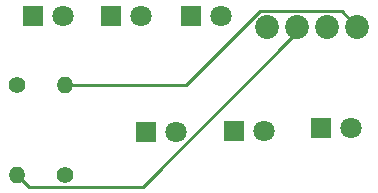
<source format=gbr>
%TF.GenerationSoftware,KiCad,Pcbnew,(5.1.6-0-10_14)*%
%TF.CreationDate,2020-09-05T00:15:57-04:00*%
%TF.ProjectId,ligths,6c696774-6873-42e6-9b69-6361645f7063,rev?*%
%TF.SameCoordinates,Original*%
%TF.FileFunction,Copper,L2,Bot*%
%TF.FilePolarity,Positive*%
%FSLAX46Y46*%
G04 Gerber Fmt 4.6, Leading zero omitted, Abs format (unit mm)*
G04 Created by KiCad (PCBNEW (5.1.6-0-10_14)) date 2020-09-05 00:15:57*
%MOMM*%
%LPD*%
G01*
G04 APERTURE LIST*
%TA.AperFunction,ComponentPad*%
%ADD10O,1.400000X1.400000*%
%TD*%
%TA.AperFunction,ComponentPad*%
%ADD11C,1.400000*%
%TD*%
%TA.AperFunction,ComponentPad*%
%ADD12C,2.020000*%
%TD*%
%TA.AperFunction,ComponentPad*%
%ADD13C,1.800000*%
%TD*%
%TA.AperFunction,ComponentPad*%
%ADD14R,1.800000X1.800000*%
%TD*%
%TA.AperFunction,Conductor*%
%ADD15C,0.250000*%
%TD*%
G04 APERTURE END LIST*
D10*
%TO.P,R2,2*%
%TO.N,Net-(J1-Pad4)*%
X141859000Y-87198200D03*
D11*
%TO.P,R2,1*%
%TO.N,Net-(D4-Pad1)*%
X141859000Y-94818200D03*
%TD*%
D10*
%TO.P,R1,2*%
%TO.N,Net-(J1-Pad2)*%
X137795000Y-94818200D03*
D11*
%TO.P,R1,1*%
%TO.N,Net-(D1-Pad1)*%
X137795000Y-87198200D03*
%TD*%
D12*
%TO.P,J1,4*%
%TO.N,Net-(J1-Pad4)*%
X166583360Y-82290920D03*
%TO.P,J1,3*%
%TO.N,Net-(D4-Pad2)*%
X164043360Y-82290920D03*
%TO.P,J1,2*%
%TO.N,Net-(J1-Pad2)*%
X161503360Y-82290920D03*
%TO.P,J1,1*%
%TO.N,Net-(D1-Pad2)*%
X158963360Y-82290920D03*
%TD*%
D13*
%TO.P,D6,2*%
%TO.N,Net-(D4-Pad2)*%
X158724600Y-91109800D03*
D14*
%TO.P,D6,1*%
%TO.N,Net-(D4-Pad1)*%
X156184600Y-91109800D03*
%TD*%
D13*
%TO.P,D5,2*%
%TO.N,Net-(D4-Pad2)*%
X166077900Y-90830400D03*
D14*
%TO.P,D5,1*%
%TO.N,Net-(D4-Pad1)*%
X163537900Y-90830400D03*
%TD*%
D13*
%TO.P,D4,2*%
%TO.N,Net-(D4-Pad2)*%
X151269700Y-91160600D03*
D14*
%TO.P,D4,1*%
%TO.N,Net-(D4-Pad1)*%
X148729700Y-91160600D03*
%TD*%
D13*
%TO.P,D3,2*%
%TO.N,Net-(D1-Pad2)*%
X155041600Y-81330800D03*
D14*
%TO.P,D3,1*%
%TO.N,Net-(D1-Pad1)*%
X152501600Y-81330800D03*
%TD*%
D13*
%TO.P,D2,2*%
%TO.N,Net-(D1-Pad2)*%
X148234400Y-81381600D03*
D14*
%TO.P,D2,1*%
%TO.N,Net-(D1-Pad1)*%
X145694400Y-81381600D03*
%TD*%
D13*
%TO.P,D1,2*%
%TO.N,Net-(D1-Pad2)*%
X141655800Y-81368900D03*
D14*
%TO.P,D1,1*%
%TO.N,Net-(D1-Pad1)*%
X139115800Y-81368900D03*
%TD*%
D15*
%TO.N,Net-(J1-Pad4)*%
X165248359Y-80955919D02*
X166583360Y-82290920D01*
X152080278Y-87198200D02*
X158322559Y-80955919D01*
X158322559Y-80955919D02*
X165248359Y-80955919D01*
X141859000Y-87198200D02*
X152080278Y-87198200D01*
%TO.N,Net-(J1-Pad2)*%
X148400101Y-95843201D02*
X161503360Y-82739942D01*
X161503360Y-82739942D02*
X161503360Y-82290920D01*
X138820001Y-95843201D02*
X148400101Y-95843201D01*
X137795000Y-94818200D02*
X138820001Y-95843201D01*
%TD*%
M02*

</source>
